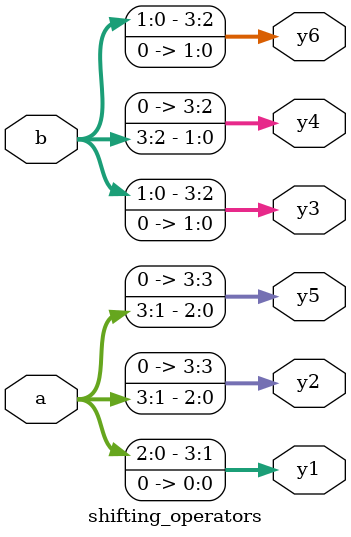
<source format=v>
module shifting_operators(input [3:0]a,
                          input [3:0]b,
                          output reg[3:0]y1,
                          output reg[3:0]y2,
                          output reg[3:0]y3,
                          output reg[3:0]y4,
                          output reg[3:0]y5,
                          output reg[3:0]y6 
                         );
  always@(*)begin
    y1=a<<1;
    y2=a>>1;
    y3=b<<2;
    y4=b >> 2;
    y5=a >>> 1;
    y6= b <<< 2;
  end
endmodule

</source>
